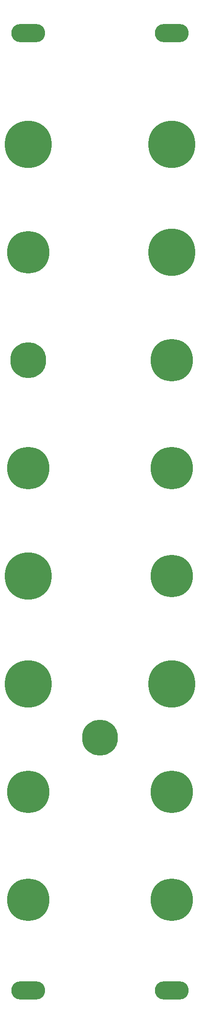
<source format=gbs>
%TF.GenerationSoftware,KiCad,Pcbnew,(5.1.8-0-10_14)*%
%TF.CreationDate,2021-10-30T15:56:04+01:00*%
%TF.ProjectId,dual-digi-delay-frontpanel,6475616c-2d64-4696-9769-2d64656c6179,rev?*%
%TF.SameCoordinates,Original*%
%TF.FileFunction,Soldermask,Bot*%
%TF.FilePolarity,Negative*%
%FSLAX46Y46*%
G04 Gerber Fmt 4.6, Leading zero omitted, Abs format (unit mm)*
G04 Created by KiCad (PCBNEW (5.1.8-0-10_14)) date 2021-10-30 15:56:04*
%MOMM*%
%LPD*%
G01*
G04 APERTURE LIST*
%ADD10O,6.000000X3.200000*%
%ADD11C,6.350000*%
%ADD12C,7.500000*%
%ADD13C,8.331200*%
G04 APERTURE END LIST*
D10*
%TO.C,Ref\u002A\u002A*%
X114950000Y-18750000D03*
X89550000Y-18750000D03*
X114950000Y-187750000D03*
X89550000Y-187750000D03*
D11*
X102275000Y-143150000D03*
X89575000Y-76475000D03*
D12*
X114975000Y-171725000D03*
X89575000Y-171725000D03*
X114975000Y-152675000D03*
X89575000Y-152675000D03*
X114975000Y-114575000D03*
X114975000Y-95525000D03*
X89575000Y-95525000D03*
X114975000Y-76475000D03*
X89575000Y-57425000D03*
D13*
X114975000Y-133625000D03*
X89575000Y-133625000D03*
X89575000Y-114575000D03*
X114975000Y-57425000D03*
X89575000Y-38375000D03*
X114975000Y-38375000D03*
%TD*%
M02*

</source>
